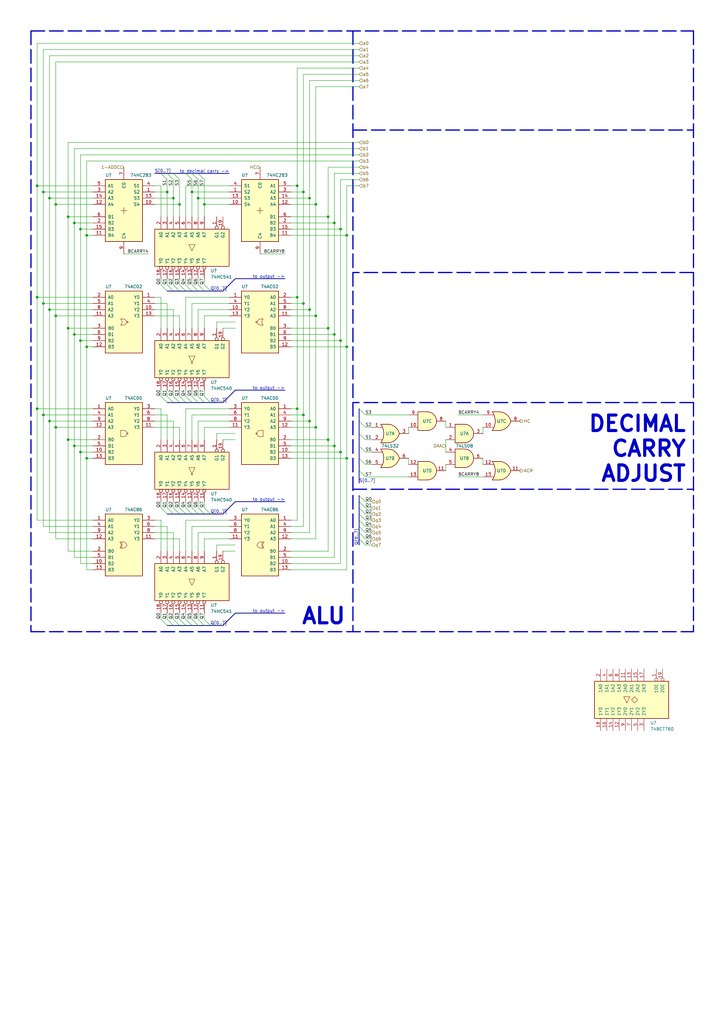
<source format=kicad_sch>
(kicad_sch (version 20211123) (generator eeschema)
  (paper "A3" portrait)
  (lib_symbols
    (symbol "6502:74AC00" (pin_names (offset 1.016))
      (property "Reference" "U" (at -7.62 15.24 0))
      (property "Value" "74AC00" (at 7.62 15.24 0))
      (symbol "74AC00_1_1"
        (pin input line (at -12.7 10.16 0) (length 5.08) (name "A0") (number "1"))
        (pin input line (at -12.7 -7.62 0) (length 5.08) (name "B2") (number "10"))
        (pin output line (at 12.7 2.54 180) (length 5.08) (name "Y3") (number "11"))
        (pin input line (at -12.7 2.54 0) (length 5.08) (name "A3") (number "12"))
        (pin input line (at -12.7 -10.16 0) (length 5.08) (name "B3") (number "13"))
        (pin power_in line (at 0 12.7 270) (length 5.08) hide (name "VCC") (number "14"))
        (pin input line (at -12.7 -2.54 0) (length 5.08) (name "B0") (number "2"))
        (pin output line (at 12.7 10.16 180) (length 5.08) (name "Y0") (number "3"))
        (pin input line (at -12.7 7.62 0) (length 5.08) (name "A1") (number "4"))
        (pin input line (at -12.7 -5.08 0) (length 5.08) (name "B1") (number "5"))
        (pin output line (at 12.7 7.62 180) (length 5.08) (name "Y1") (number "6"))
        (pin power_in line (at 0 -12.7 90) (length 5.08) hide (name "GND") (number "7"))
        (pin output line (at 12.7 5.08 180) (length 5.08) (name "Y2") (number "8"))
        (pin input line (at -12.7 5.08 0) (length 5.08) (name "A2") (number "9"))
      )
    )
    (symbol "6502:74AC02" (pin_names (offset 1.016))
      (property "Reference" "U" (at -7.62 15.24 0))
      (property "Value" "74AC02" (at 7.62 15.24 0))
      (symbol "74AC02_1_1"
        (pin output line (at 12.7 10.16 180) (length 5.08) (name "Y0") (number "1"))
        (pin output line (at 12.7 5.08 180) (length 5.08) (name "Y2") (number "10"))
        (pin input line (at -12.7 2.54 0) (length 5.08) (name "A3") (number "11"))
        (pin input line (at -12.7 -10.16 0) (length 5.08) (name "B3") (number "12"))
        (pin output line (at 12.7 2.54 180) (length 5.08) (name "Y3") (number "13"))
        (pin power_in line (at 0 12.7 270) (length 5.08) hide (name "VCC") (number "14"))
        (pin input line (at -12.7 10.16 0) (length 5.08) (name "A0") (number "2"))
        (pin input line (at -12.7 -2.54 0) (length 5.08) (name "B0") (number "3"))
        (pin output line (at 12.7 7.62 180) (length 5.08) (name "Y1") (number "4"))
        (pin input line (at -12.7 7.62 0) (length 5.08) (name "A1") (number "5"))
        (pin input line (at -12.7 -5.08 0) (length 5.08) (name "B1") (number "6"))
        (pin power_in line (at 0 -12.7 90) (length 5.08) hide (name "GND") (number "7"))
        (pin input line (at -12.7 5.08 0) (length 5.08) (name "A2") (number "8"))
        (pin input line (at -12.7 -7.62 0) (length 5.08) (name "B2") (number "9"))
      )
    )
    (symbol "6502:74AC86" (pin_names (offset 1.016))
      (property "Reference" "U" (at -7.62 15.24 0))
      (property "Value" "74AC86" (at 7.62 15.24 0))
      (symbol "74AC86_1_1"
        (pin input line (at -12.7 10.16 0) (length 5.08) (name "A0") (number "1"))
        (pin input line (at -12.7 -7.62 0) (length 5.08) (name "B2") (number "10"))
        (pin output line (at 12.7 2.54 180) (length 5.08) (name "Y3") (number "11"))
        (pin input line (at -12.7 2.54 0) (length 5.08) (name "A3") (number "12"))
        (pin input line (at -12.7 -10.16 0) (length 5.08) (name "B3") (number "13"))
        (pin power_in line (at 0 12.7 270) (length 5.08) hide (name "VCC") (number "14"))
        (pin input line (at -12.7 -2.54 0) (length 5.08) (name "B0") (number "2"))
        (pin output line (at 12.7 10.16 180) (length 5.08) (name "Y0") (number "3"))
        (pin input line (at -12.7 7.62 0) (length 5.08) (name "A1") (number "4"))
        (pin input line (at -12.7 -5.08 0) (length 5.08) (name "B1") (number "5"))
        (pin output line (at 12.7 7.62 180) (length 5.08) (name "Y1") (number "6"))
        (pin power_in line (at 0 -12.7 90) (length 5.08) hide (name "GND") (number "7"))
        (pin output line (at 12.7 5.08 180) (length 5.08) (name "Y2") (number "8"))
        (pin input line (at -12.7 5.08 0) (length 5.08) (name "A2") (number "9"))
      )
    )
    (symbol "6502:74BCT760" (pin_names (offset 1.016))
      (property "Reference" "U" (at -7.62 17.78 0))
      (property "Value" "74BCT760" (at 7.62 17.78 0))
      (symbol "74BCT760_1_0"
        (pin input inverted (at -12.7 -10.16 0) (length 5.08) (name "1OE") (number "1"))
        (pin power_in line (at 0 -15.24 90) (length 5.08) hide (name "GND") (number "10"))
        (pin input line (at -12.7 2.54 0) (length 5.08) (name "2A0") (number "11"))
        (pin open_collector line (at 12.7 5.08 180) (length 5.08) (name "1Y3") (number "12"))
        (pin input line (at -12.7 0 0) (length 5.08) (name "2A1") (number "13"))
        (pin open_collector line (at 12.7 7.62 180) (length 5.08) (name "1Y2") (number "14"))
        (pin input line (at -12.7 -2.54 0) (length 5.08) (name "2A2") (number "15"))
        (pin open_collector line (at 12.7 10.16 180) (length 5.08) (name "1Y1") (number "16"))
        (pin input line (at -12.7 -5.08 0) (length 5.08) (name "2A3") (number "17"))
        (pin open_collector line (at 12.7 12.7 180) (length 5.08) (name "1Y0") (number "18"))
        (pin input inverted (at -12.7 -12.7 0) (length 5.08) (name "2OE") (number "19"))
        (pin input line (at -12.7 12.7 0) (length 5.08) (name "1A0") (number "2"))
        (pin power_in line (at 0 15.24 270) (length 5.08) hide (name "VCC") (number "20"))
        (pin open_collector line (at 12.7 -5.08 180) (length 5.08) (name "2Y3") (number "3"))
        (pin input line (at -12.7 10.16 0) (length 5.08) (name "1A1") (number "4"))
        (pin open_collector line (at 12.7 -2.54 180) (length 5.08) (name "2Y2") (number "5"))
        (pin input line (at -12.7 7.62 0) (length 5.08) (name "1A2") (number "6"))
        (pin open_collector line (at 12.7 0 180) (length 5.08) (name "2Y1") (number "7"))
        (pin input line (at -12.7 5.08 0) (length 5.08) (name "1A3") (number "8"))
        (pin open_collector line (at 12.7 2.54 180) (length 5.08) (name "2Y0") (number "9"))
      )
    )
    (symbol "6502:74HC283" (pin_names (offset 1.016))
      (property "Reference" "U" (at -7.62 15.24 0))
      (property "Value" "74HC283" (at 10.16 -12.7 90))
      (symbol "74HC283_1_0"
        (pin output line (at 12.7 7.62 180) (length 5.08) (name "S2") (number "1"))
        (pin output line (at 12.7 2.54 180) (length 5.08) (name "S4") (number "10"))
        (pin input line (at -12.7 -10.16 0) (length 5.08) (name "B4") (number "11"))
        (pin input line (at -12.7 2.54 0) (length 5.08) (name "A4") (number "12"))
        (pin output line (at 12.7 5.08 180) (length 5.08) (name "S3") (number "13"))
        (pin input line (at -12.7 5.08 0) (length 5.08) (name "A3") (number "14"))
        (pin input line (at -12.7 -7.62 0) (length 5.08) (name "B3") (number "15"))
        (pin power_in line (at 2.54 12.7 270) (length 5.08) hide (name "VCC") (number "16"))
        (pin input line (at -12.7 -5.08 0) (length 5.08) (name "B2") (number "2"))
        (pin input line (at -12.7 7.62 0) (length 5.08) (name "A2") (number "3"))
        (pin output line (at 12.7 10.16 180) (length 5.08) (name "S1") (number "4"))
        (pin input line (at -12.7 10.16 0) (length 5.08) (name "A1") (number "5"))
        (pin input line (at -12.7 -2.54 0) (length 5.08) (name "B1") (number "6"))
        (pin input line (at 0 17.78 270) (length 5.08) (name "C0") (number "7"))
        (pin power_in line (at -2.54 -12.7 90) (length 5.08) hide (name "GND") (number "8"))
        (pin output line (at 0 -17.78 90) (length 5.08) (name "C4") (number "9"))
      )
    )
    (symbol "6502:74HC540" (pin_names (offset 1.016))
      (property "Reference" "U" (at -7.62 17.78 0))
      (property "Value" "74HC540" (at 7.62 17.78 0))
      (symbol "74HC540_1_0"
        (pin input inverted (at -12.7 -10.16 0) (length 5.08) (name "G1") (number "1"))
        (pin power_in line (at 0 -15.24 90) (length 5.08) hide (name "GND") (number "10"))
        (pin tri_state inverted (at 12.7 -5.08 180) (length 5.08) (name "Y7") (number "11"))
        (pin tri_state inverted (at 12.7 -2.54 180) (length 5.08) (name "Y6") (number "12"))
        (pin tri_state inverted (at 12.7 0 180) (length 5.08) (name "Y5") (number "13"))
        (pin tri_state inverted (at 12.7 2.54 180) (length 5.08) (name "Y4") (number "14"))
        (pin tri_state inverted (at 12.7 5.08 180) (length 5.08) (name "Y3") (number "15"))
        (pin tri_state inverted (at 12.7 7.62 180) (length 5.08) (name "Y2") (number "16"))
        (pin tri_state inverted (at 12.7 10.16 180) (length 5.08) (name "Y1") (number "17"))
        (pin tri_state inverted (at 12.7 12.7 180) (length 5.08) (name "Y0") (number "18"))
        (pin input inverted (at -12.7 -12.7 0) (length 5.08) (name "G2") (number "19"))
        (pin input line (at -12.7 12.7 0) (length 5.08) (name "A0") (number "2"))
        (pin power_in line (at 0 15.24 270) (length 5.08) hide (name "VCC") (number "20"))
        (pin input line (at -12.7 10.16 0) (length 5.08) (name "A1") (number "3"))
        (pin input line (at -12.7 7.62 0) (length 5.08) (name "A2") (number "4"))
        (pin input line (at -12.7 5.08 0) (length 5.08) (name "A3") (number "5"))
        (pin input line (at -12.7 2.54 0) (length 5.08) (name "A4") (number "6"))
        (pin input line (at -12.7 0 0) (length 5.08) (name "A5") (number "7"))
        (pin input line (at -12.7 -2.54 0) (length 5.08) (name "A6") (number "8"))
        (pin input line (at -12.7 -5.08 0) (length 5.08) (name "A7") (number "9"))
      )
    )
    (symbol "6502:74HC541" (pin_names (offset 1.016))
      (property "Reference" "U" (at -7.62 17.78 0))
      (property "Value" "74HC541" (at 7.62 17.78 0))
      (symbol "74HC541_1_0"
        (pin input inverted (at -12.7 -10.16 0) (length 5.08) (name "G1") (number "1"))
        (pin power_in line (at 0 -15.24 90) (length 5.08) hide (name "GND") (number "10"))
        (pin tri_state inverted (at 12.7 -5.08 180) (length 5.08) (name "Y7") (number "11"))
        (pin tri_state inverted (at 12.7 -2.54 180) (length 5.08) (name "Y6") (number "12"))
        (pin tri_state inverted (at 12.7 0 180) (length 5.08) (name "Y5") (number "13"))
        (pin tri_state inverted (at 12.7 2.54 180) (length 5.08) (name "Y4") (number "14"))
        (pin tri_state inverted (at 12.7 5.08 180) (length 5.08) (name "Y3") (number "15"))
        (pin tri_state inverted (at 12.7 7.62 180) (length 5.08) (name "Y2") (number "16"))
        (pin tri_state inverted (at 12.7 10.16 180) (length 5.08) (name "Y1") (number "17"))
        (pin tri_state inverted (at 12.7 12.7 180) (length 5.08) (name "Y0") (number "18"))
        (pin input inverted (at -12.7 -12.7 0) (length 5.08) (name "G2") (number "19"))
        (pin input line (at -12.7 12.7 0) (length 5.08) (name "A0") (number "2"))
        (pin power_in line (at 0 15.24 270) (length 5.08) hide (name "VCC") (number "20"))
        (pin input line (at -12.7 10.16 0) (length 5.08) (name "A1") (number "3"))
        (pin input line (at -12.7 7.62 0) (length 5.08) (name "A2") (number "4"))
        (pin input line (at -12.7 5.08 0) (length 5.08) (name "A3") (number "5"))
        (pin input line (at -12.7 2.54 0) (length 5.08) (name "A4") (number "6"))
        (pin input line (at -12.7 0 0) (length 5.08) (name "A5") (number "7"))
        (pin input line (at -12.7 -2.54 0) (length 5.08) (name "A6") (number "8"))
        (pin input line (at -12.7 -5.08 0) (length 5.08) (name "A7") (number "9"))
      )
    )
    (symbol "74xx:74LS08" (pin_names (offset 1.016))
      (property "Reference" "U" (at 0 1.27 0))
      (property "Value" "74LS08" (at 0 -1.27 0))
      (symbol "74LS08_1_1"
        (pin input line (at -7.62 2.54 0) (length 3.81) (name "~") (number "1"))
        (pin input line (at -7.62 -2.54 0) (length 3.81) (name "~") (number "2"))
        (pin output line (at 7.62 0 180) (length 3.81) (name "~") (number "3"))
      )
      (symbol "74LS08_1_2"
        (pin input inverted (at -7.62 2.54 0) (length 4.318) (name "~") (number "1"))
        (pin input inverted (at -7.62 -2.54 0) (length 4.318) (name "~") (number "2"))
        (pin output inverted (at 7.62 0 180) (length 3.81) (name "~") (number "3"))
      )
      (symbol "74LS08_2_1"
        (pin input line (at -7.62 2.54 0) (length 3.81) (name "~") (number "4"))
        (pin input line (at -7.62 -2.54 0) (length 3.81) (name "~") (number "5"))
        (pin output line (at 7.62 0 180) (length 3.81) (name "~") (number "6"))
      )
      (symbol "74LS08_2_2"
        (pin input inverted (at -7.62 2.54 0) (length 4.318) (name "~") (number "4"))
        (pin input inverted (at -7.62 -2.54 0) (length 4.318) (name "~") (number "5"))
        (pin output inverted (at 7.62 0 180) (length 3.81) (name "~") (number "6"))
      )
      (symbol "74LS08_3_1"
        (pin input line (at -7.62 -2.54 0) (length 3.81) (name "~") (number "10"))
        (pin output line (at 7.62 0 180) (length 3.81) (name "~") (number "8"))
        (pin input line (at -7.62 2.54 0) (length 3.81) (name "~") (number "9"))
      )
      (symbol "74LS08_3_2"
        (pin input inverted (at -7.62 -2.54 0) (length 4.318) (name "~") (number "10"))
        (pin output inverted (at 7.62 0 180) (length 3.81) (name "~") (number "8"))
        (pin input inverted (at -7.62 2.54 0) (length 4.318) (name "~") (number "9"))
      )
      (symbol "74LS08_4_1"
        (pin output line (at 7.62 0 180) (length 3.81) (name "~") (number "11"))
        (pin input line (at -7.62 2.54 0) (length 3.81) (name "~") (number "12"))
        (pin input line (at -7.62 -2.54 0) (length 3.81) (name "~") (number "13"))
      )
      (symbol "74LS08_4_2"
        (pin output inverted (at 7.62 0 180) (length 3.81) (name "~") (number "11"))
        (pin input inverted (at -7.62 2.54 0) (length 4.318) (name "~") (number "12"))
        (pin input inverted (at -7.62 -2.54 0) (length 4.318) (name "~") (number "13"))
      )
      (symbol "74LS08_5_0"
        (pin power_in line (at 0 12.7 270) (length 5.08) (name "VCC") (number "14"))
        (pin power_in line (at 0 -12.7 90) (length 5.08) (name "GND") (number "7"))
      )
    )
    (symbol "74xx:74LS32" (pin_names (offset 1.016))
      (property "Reference" "U" (at 0 1.27 0))
      (property "Value" "74LS32" (at 0 -1.27 0))
      (symbol "74LS32_1_1"
        (pin input line (at -7.62 2.54 0) (length 4.318) (name "~") (number "1"))
        (pin input line (at -7.62 -2.54 0) (length 4.318) (name "~") (number "2"))
        (pin output line (at 7.62 0 180) (length 3.81) (name "~") (number "3"))
      )
      (symbol "74LS32_1_2"
        (pin input inverted (at -7.62 2.54 0) (length 3.81) (name "~") (number "1"))
        (pin input inverted (at -7.62 -2.54 0) (length 3.81) (name "~") (number "2"))
        (pin output inverted (at 7.62 0 180) (length 3.81) (name "~") (number "3"))
      )
      (symbol "74LS32_2_1"
        (pin input line (at -7.62 2.54 0) (length 4.318) (name "~") (number "4"))
        (pin input line (at -7.62 -2.54 0) (length 4.318) (name "~") (number "5"))
        (pin output line (at 7.62 0 180) (length 3.81) (name "~") (number "6"))
      )
      (symbol "74LS32_2_2"
        (pin input inverted (at -7.62 2.54 0) (length 3.81) (name "~") (number "4"))
        (pin input inverted (at -7.62 -2.54 0) (length 3.81) (name "~") (number "5"))
        (pin output inverted (at 7.62 0 180) (length 3.81) (name "~") (number "6"))
      )
      (symbol "74LS32_3_1"
        (pin input line (at -7.62 -2.54 0) (length 4.318) (name "~") (number "10"))
        (pin output line (at 7.62 0 180) (length 3.81) (name "~") (number "8"))
        (pin input line (at -7.62 2.54 0) (length 4.318) (name "~") (number "9"))
      )
      (symbol "74LS32_3_2"
        (pin input inverted (at -7.62 -2.54 0) (length 3.81) (name "~") (number "10"))
        (pin output inverted (at 7.62 0 180) (length 3.81) (name "~") (number "8"))
        (pin input inverted (at -7.62 2.54 0) (length 3.81) (name "~") (number "9"))
      )
      (symbol "74LS32_4_1"
        (pin output line (at 7.62 0 180) (length 3.81) (name "~") (number "11"))
        (pin input line (at -7.62 2.54 0) (length 4.318) (name "~") (number "12"))
        (pin input line (at -7.62 -2.54 0) (length 4.318) (name "~") (number "13"))
      )
      (symbol "74LS32_4_2"
        (pin output inverted (at 7.62 0 180) (length 3.81) (name "~") (number "11"))
        (pin input inverted (at -7.62 2.54 0) (length 3.81) (name "~") (number "12"))
        (pin input inverted (at -7.62 -2.54 0) (length 3.81) (name "~") (number "13"))
      )
      (symbol "74LS32_5_0"
        (pin power_in line (at 0 12.7 270) (length 5.08) (name "VCC") (number "14"))
        (pin power_in line (at 0 -12.7 90) (length 5.08) (name "GND") (number "7"))
      )
    )
  )
  (junction (at 35.56 96.52))
  (junction (at 142.24 187.96))
  (junction (at 15.24 167.64))
  (junction (at 17.78 170.18))
  (junction (at 27.94 180.34))
  (junction (at 137.16 182.88))
  (junction (at 15.24 121.92))
  (junction (at 15.24 76.2))
  (junction (at 139.7 93.98))
  (junction (at 134.62 134.62))
  (junction (at 27.94 88.9))
  (junction (at 30.48 182.88))
  (junction (at 134.62 180.34))
  (junction (at 129.54 129.54))
  (junction (at 121.92 167.64))
  (junction (at 129.54 83.82))
  (junction (at 124.46 170.18))
  (junction (at 30.48 91.44))
  (junction (at 139.7 139.7))
  (junction (at 20.32 127))
  (junction (at 134.62 88.9))
  (junction (at 78.74 78.74))
  (junction (at 17.78 78.74))
  (junction (at 33.02 139.7))
  (junction (at 81.28 81.28))
  (junction (at 33.02 93.98))
  (junction (at 33.02 185.42))
  (junction (at 137.16 137.16))
  (junction (at 139.7 185.42))
  (junction (at 142.24 142.24))
  (junction (at 27.94 134.62))
  (junction (at 35.56 142.24))
  (junction (at 22.86 175.26))
  (junction (at 20.32 81.28))
  (junction (at 17.78 124.46))
  (junction (at 121.92 121.92))
  (junction (at 35.56 187.96))
  (junction (at 142.24 96.52))
  (junction (at 127 172.72))
  (junction (at 127 127))
  (junction (at 22.86 129.54))
  (junction (at 124.46 124.46))
  (junction (at 124.46 78.74))
  (junction (at 20.32 172.72))
  (junction (at 129.54 175.26))
  (junction (at 71.12 81.28))
  (junction (at 68.58 78.74))
  (junction (at 127 81.28))
  (junction (at 73.66 83.82))
  (junction (at 83.82 83.82))
  (junction (at 137.16 91.44))
  (junction (at 30.48 137.16))
  (junction (at 22.86 83.82))
  (junction (at 121.92 76.2))
  (bus_entry (at 71.12 116.84) (size 2.54 2.54))
  (bus_entry (at 71.12 162.56) (size 2.54 2.54))
  (bus_entry (at 83.82 208.28) (size 2.54 2.54))
  (bus_entry (at 147.32 172.72) (size 2.54 2.54))
  (bus_entry (at 147.32 177.8) (size 2.54 2.54))
  (bus_entry (at 81.28 254) (size 2.54 2.54))
  (bus_entry (at 71.12 254) (size 2.54 2.54))
  (bus_entry (at 149.86 208.28) (size -2.54 -2.54))
  (bus_entry (at 73.66 162.56) (size 2.54 2.54))
  (bus_entry (at 149.86 213.36) (size -2.54 -2.54))
  (bus_entry (at 76.2 116.84) (size 2.54 2.54))
  (bus_entry (at 66.04 116.84) (size 2.54 2.54))
  (bus_entry (at 149.86 205.74) (size -2.54 -2.54))
  (bus_entry (at 147.32 167.64) (size 2.54 2.54))
  (bus_entry (at 73.66 208.28) (size 2.54 2.54))
  (bus_entry (at 78.74 208.28) (size 2.54 2.54))
  (bus_entry (at 71.12 208.28) (size 2.54 2.54))
  (bus_entry (at 68.58 162.56) (size 2.54 2.54))
  (bus_entry (at 76.2 162.56) (size 2.54 2.54))
  (bus_entry (at 78.74 254) (size 2.54 2.54))
  (bus_entry (at 147.32 187.96) (size 2.54 2.54))
  (bus_entry (at 83.82 116.84) (size 2.54 2.54))
  (bus_entry (at 149.86 220.98) (size -2.54 -2.54))
  (bus_entry (at 66.04 162.56) (size 2.54 2.54))
  (bus_entry (at 73.66 116.84) (size 2.54 2.54))
  (bus_entry (at 149.86 218.44) (size -2.54 -2.54))
  (bus_entry (at 66.04 254) (size 2.54 2.54))
  (bus_entry (at 73.66 254) (size 2.54 2.54))
  (bus_entry (at 81.28 162.56) (size 2.54 2.54))
  (bus_entry (at 68.58 208.28) (size 2.54 2.54))
  (bus_entry (at 68.58 254) (size 2.54 2.54))
  (bus_entry (at 76.2 254) (size 2.54 2.54))
  (bus_entry (at 78.74 162.56) (size 2.54 2.54))
  (bus_entry (at 149.86 210.82) (size -2.54 -2.54))
  (bus_entry (at 71.12 71.12) (size 2.54 2.54))
  (bus_entry (at 66.04 208.28) (size 2.54 2.54))
  (bus_entry (at 68.58 71.12) (size 2.54 2.54))
  (bus_entry (at 76.2 208.28) (size 2.54 2.54))
  (bus_entry (at 81.28 71.12) (size 2.54 2.54))
  (bus_entry (at 83.82 162.56) (size 2.54 2.54))
  (bus_entry (at 149.86 223.52) (size -2.54 -2.54))
  (bus_entry (at 78.74 116.84) (size 2.54 2.54))
  (bus_entry (at 81.28 208.28) (size 2.54 2.54))
  (bus_entry (at 147.32 193.04) (size 2.54 2.54))
  (bus_entry (at 76.2 71.12) (size 2.54 2.54))
  (bus_entry (at 66.04 71.12) (size 2.54 2.54))
  (bus_entry (at 78.74 71.12) (size 2.54 2.54))
  (bus_entry (at 147.32 182.88) (size 2.54 2.54))
  (bus_entry (at 83.82 254) (size 2.54 2.54))
  (bus_entry (at 81.28 116.84) (size 2.54 2.54))
  (bus_entry (at 68.58 116.84) (size 2.54 2.54))
  (bus_entry (at 149.86 215.9) (size -2.54 -2.54))
  (wire (pts (xy 149.86 210.82) (xy 152.4 210.82)))
  (wire (pts (xy 71.12 208.28) (xy 71.12 205.74)))
  (wire (pts (xy 68.58 208.28) (xy 68.58 205.74)))
  (wire (pts (xy 119.38 170.18) (xy 124.46 170.18)))
  (wire (pts (xy 50.8 104.14) (xy 60.96 104.14)))
  (wire (pts (xy 142.24 76.2) (xy 147.32 76.2)))
  (wire (pts (xy 167.64 177.8) (xy 167.64 175.26)))
  (wire (pts (xy 83.82 83.82) (xy 83.82 73.66)))
  (wire (pts (xy 33.02 93.98) (xy 38.1 93.98)))
  (wire (pts (xy 17.78 215.9) (xy 17.78 170.18)))
  (wire (pts (xy 81.28 172.72) (xy 81.28 180.34)))
  (wire (pts (xy 27.94 88.9) (xy 38.1 88.9)))
  (wire (pts (xy 187.96 195.58) (xy 198.12 195.58)))
  (wire (pts (xy 71.12 254) (xy 71.12 251.46)))
  (wire (pts (xy 76.2 121.92) (xy 93.98 121.92)))
  (wire (pts (xy 119.38 142.24) (xy 142.24 142.24)))
  (wire (pts (xy 83.82 83.82) (xy 93.98 83.82)))
  (wire (pts (xy 38.1 124.46) (xy 17.78 124.46)))
  (wire (pts (xy 129.54 35.56) (xy 129.54 83.82)))
  (polyline (pts (xy 12.7 259.08) (xy 284.48 259.08)) (stroke (width 0.508)))
  (wire (pts (xy 182.88 180.34) (xy 182.88 185.42)))
  (wire (pts (xy 30.48 137.16) (xy 30.48 91.44)))
  (wire (pts (xy 119.38 76.2) (xy 121.92 76.2)))
  (bus (pts (xy 71.12 256.54) (xy 73.66 256.54)))
  (wire (pts (xy 149.86 220.98) (xy 152.4 220.98)))
  (wire (pts (xy 73.66 254) (xy 73.66 251.46)))
  (wire (pts (xy 17.78 124.46) (xy 17.78 78.74)))
  (wire (pts (xy 22.86 129.54) (xy 22.86 83.82)))
  (wire (pts (xy 22.86 25.4) (xy 147.32 25.4)))
  (wire (pts (xy 68.58 170.18) (xy 68.58 180.34)))
  (wire (pts (xy 83.82 116.84) (xy 83.82 114.3)))
  (wire (pts (xy 78.74 170.18) (xy 93.98 170.18)))
  (wire (pts (xy 17.78 78.74) (xy 38.1 78.74)))
  (wire (pts (xy 182.88 172.72) (xy 182.88 175.26)))
  (wire (pts (xy 119.38 228.6) (xy 137.16 228.6)))
  (wire (pts (xy 15.24 213.36) (xy 15.24 167.64)))
  (wire (pts (xy 38.1 233.68) (xy 35.56 233.68)))
  (wire (pts (xy 66.04 254) (xy 66.04 251.46)))
  (bus (pts (xy 81.28 256.54) (xy 83.82 256.54)))
  (wire (pts (xy 38.1 142.24) (xy 35.56 142.24)))
  (wire (pts (xy 167.64 195.58) (xy 149.86 195.58)))
  (wire (pts (xy 63.5 175.26) (xy 73.66 175.26)))
  (bus (pts (xy 73.66 256.54) (xy 76.2 256.54)))
  (wire (pts (xy 129.54 129.54) (xy 129.54 83.82)))
  (wire (pts (xy 81.28 116.84) (xy 81.28 114.3)))
  (wire (pts (xy 142.24 233.68) (xy 142.24 187.96)))
  (wire (pts (xy 66.04 162.56) (xy 66.04 160.02)))
  (wire (pts (xy 33.02 63.5) (xy 147.32 63.5)))
  (bus (pts (xy 91.44 256.54) (xy 96.52 251.46)))
  (wire (pts (xy 73.66 208.28) (xy 73.66 205.74)))
  (wire (pts (xy 81.28 88.9) (xy 81.28 81.28)))
  (wire (pts (xy 119.38 185.42) (xy 139.7 185.42)))
  (wire (pts (xy 73.66 129.54) (xy 73.66 134.62)))
  (wire (pts (xy 27.94 58.42) (xy 27.94 88.9)))
  (wire (pts (xy 78.74 215.9) (xy 78.74 226.06)))
  (bus (pts (xy 86.36 165.1) (xy 91.44 165.1)))
  (wire (pts (xy 73.66 83.82) (xy 73.66 73.66)))
  (wire (pts (xy 63.5 213.36) (xy 66.04 213.36)))
  (wire (pts (xy 38.1 137.16) (xy 30.48 137.16)))
  (wire (pts (xy 119.38 139.7) (xy 139.7 139.7)))
  (wire (pts (xy 149.86 180.34) (xy 152.4 180.34)))
  (wire (pts (xy 71.12 127) (xy 71.12 134.62)))
  (wire (pts (xy 119.38 182.88) (xy 137.16 182.88)))
  (wire (pts (xy 63.5 170.18) (xy 68.58 170.18)))
  (wire (pts (xy 15.24 76.2) (xy 38.1 76.2)))
  (wire (pts (xy 139.7 231.14) (xy 139.7 185.42)))
  (polyline (pts (xy 284.48 12.7) (xy 284.48 259.08)) (stroke (width 0.508)))
  (wire (pts (xy 119.38 96.52) (xy 142.24 96.52)))
  (wire (pts (xy 124.46 170.18) (xy 124.46 124.46)))
  (polyline (pts (xy 144.78 200.66) (xy 284.48 200.66)) (stroke (width 0.508)))
  (wire (pts (xy 81.28 218.44) (xy 93.98 218.44)))
  (wire (pts (xy 66.04 76.2) (xy 63.5 76.2)))
  (wire (pts (xy 38.1 127) (xy 20.32 127)))
  (wire (pts (xy 81.28 81.28) (xy 93.98 81.28)))
  (wire (pts (xy 30.48 60.96) (xy 30.48 91.44)))
  (wire (pts (xy 63.5 129.54) (xy 73.66 129.54)))
  (bus (pts (xy 78.74 210.82) (xy 81.28 210.82)))
  (wire (pts (xy 119.38 93.98) (xy 139.7 93.98)))
  (wire (pts (xy 119.38 180.34) (xy 134.62 180.34)))
  (wire (pts (xy 76.2 134.62) (xy 76.2 121.92)))
  (wire (pts (xy 78.74 170.18) (xy 78.74 180.34)))
  (wire (pts (xy 88.9 223.52) (xy 88.9 226.06)))
  (wire (pts (xy 129.54 175.26) (xy 129.54 129.54)))
  (wire (pts (xy 78.74 254) (xy 78.74 251.46)))
  (wire (pts (xy 35.56 66.04) (xy 147.32 66.04)))
  (wire (pts (xy 81.28 218.44) (xy 81.28 226.06)))
  (wire (pts (xy 20.32 81.28) (xy 38.1 81.28)))
  (bus (pts (xy 83.82 165.1) (xy 86.36 165.1)))
  (bus (pts (xy 147.32 167.64) (xy 147.32 172.72)))
  (wire (pts (xy 149.86 205.74) (xy 152.4 205.74)))
  (wire (pts (xy 78.74 208.28) (xy 78.74 205.74)))
  (wire (pts (xy 119.38 137.16) (xy 137.16 137.16)))
  (bus (pts (xy 68.58 71.12) (xy 71.12 71.12)))
  (wire (pts (xy 63.5 121.92) (xy 66.04 121.92)))
  (wire (pts (xy 83.82 220.98) (xy 93.98 220.98)))
  (wire (pts (xy 134.62 226.06) (xy 134.62 180.34)))
  (wire (pts (xy 78.74 215.9) (xy 93.98 215.9)))
  (wire (pts (xy 78.74 116.84) (xy 78.74 114.3)))
  (wire (pts (xy 81.28 81.28) (xy 81.28 73.66)))
  (wire (pts (xy 38.1 220.98) (xy 22.86 220.98)))
  (bus (pts (xy 147.32 172.72) (xy 147.32 177.8)))
  (wire (pts (xy 78.74 124.46) (xy 78.74 134.62)))
  (wire (pts (xy 20.32 218.44) (xy 20.32 172.72)))
  (wire (pts (xy 22.86 25.4) (xy 22.86 83.82)))
  (wire (pts (xy 38.1 170.18) (xy 17.78 170.18)))
  (wire (pts (xy 68.58 162.56) (xy 68.58 160.02)))
  (bus (pts (xy 147.32 177.8) (xy 147.32 182.88)))
  (wire (pts (xy 119.38 124.46) (xy 124.46 124.46)))
  (bus (pts (xy 83.82 119.38) (xy 86.36 119.38)))
  (wire (pts (xy 63.5 167.64) (xy 66.04 167.64)))
  (wire (pts (xy 63.5 127) (xy 71.12 127)))
  (bus (pts (xy 68.58 256.54) (xy 71.12 256.54)))
  (wire (pts (xy 81.28 127) (xy 81.28 134.62)))
  (wire (pts (xy 127 218.44) (xy 119.38 218.44)))
  (wire (pts (xy 76.2 162.56) (xy 76.2 160.02)))
  (wire (pts (xy 81.28 162.56) (xy 81.28 160.02)))
  (wire (pts (xy 22.86 175.26) (xy 22.86 129.54)))
  (bus (pts (xy 71.12 119.38) (xy 73.66 119.38)))
  (wire (pts (xy 119.38 121.92) (xy 121.92 121.92)))
  (wire (pts (xy 38.1 139.7) (xy 33.02 139.7)))
  (wire (pts (xy 134.62 68.58) (xy 134.62 88.9)))
  (wire (pts (xy 68.58 88.9) (xy 68.58 78.74)))
  (wire (pts (xy 119.38 220.98) (xy 129.54 220.98)))
  (wire (pts (xy 81.28 208.28) (xy 81.28 205.74)))
  (bus (pts (xy 147.32 213.36) (xy 147.32 215.9)))
  (wire (pts (xy 38.1 121.92) (xy 15.24 121.92)))
  (wire (pts (xy 38.1 182.88) (xy 30.48 182.88)))
  (wire (pts (xy 15.24 167.64) (xy 15.24 121.92)))
  (wire (pts (xy 127 33.02) (xy 127 81.28)))
  (bus (pts (xy 66.04 71.12) (xy 68.58 71.12)))
  (wire (pts (xy 38.1 129.54) (xy 22.86 129.54)))
  (wire (pts (xy 66.04 121.92) (xy 66.04 134.62)))
  (wire (pts (xy 27.94 180.34) (xy 27.94 134.62)))
  (bus (pts (xy 147.32 203.2) (xy 147.32 205.74)))
  (wire (pts (xy 33.02 231.14) (xy 33.02 185.42)))
  (wire (pts (xy 83.82 175.26) (xy 93.98 175.26)))
  (wire (pts (xy 63.5 78.74) (xy 68.58 78.74)))
  (wire (pts (xy 127 127) (xy 127 172.72)))
  (wire (pts (xy 66.04 116.84) (xy 66.04 114.3)))
  (wire (pts (xy 83.82 88.9) (xy 83.82 83.82)))
  (wire (pts (xy 68.58 116.84) (xy 68.58 114.3)))
  (bus (pts (xy 147.32 210.82) (xy 147.32 213.36)))
  (wire (pts (xy 78.74 124.46) (xy 93.98 124.46)))
  (wire (pts (xy 88.9 177.8) (xy 88.9 180.34)))
  (wire (pts (xy 76.2 180.34) (xy 76.2 167.64)))
  (wire (pts (xy 71.12 81.28) (xy 71.12 88.9)))
  (wire (pts (xy 142.24 187.96) (xy 142.24 142.24)))
  (bus (pts (xy 78.74 71.12) (xy 81.28 71.12)))
  (wire (pts (xy 137.16 137.16) (xy 137.16 91.44)))
  (bus (pts (xy 83.82 210.82) (xy 86.36 210.82)))
  (wire (pts (xy 198.12 187.96) (xy 198.12 190.5)))
  (wire (pts (xy 15.24 17.78) (xy 147.32 17.78)))
  (bus (pts (xy 78.74 256.54) (xy 81.28 256.54)))
  (wire (pts (xy 33.02 139.7) (xy 33.02 93.98)))
  (wire (pts (xy 71.12 172.72) (xy 71.12 180.34)))
  (wire (pts (xy 78.74 73.66) (xy 78.74 78.74)))
  (wire (pts (xy 119.38 215.9) (xy 124.46 215.9)))
  (wire (pts (xy 124.46 215.9) (xy 124.46 170.18)))
  (wire (pts (xy 38.1 218.44) (xy 20.32 218.44)))
  (wire (pts (xy 35.56 96.52) (xy 38.1 96.52)))
  (wire (pts (xy 139.7 73.66) (xy 147.32 73.66)))
  (polyline (pts (xy 12.7 12.7) (xy 12.7 259.08)) (stroke (width 0.508)))
  (wire (pts (xy 119.38 129.54) (xy 129.54 129.54)))
  (wire (pts (xy 63.5 83.82) (xy 73.66 83.82)))
  (wire (pts (xy 38.1 175.26) (xy 22.86 175.26)))
  (wire (pts (xy 121.92 167.64) (xy 121.92 121.92)))
  (wire (pts (xy 15.24 17.78) (xy 15.24 76.2)))
  (wire (pts (xy 119.38 231.14) (xy 139.7 231.14)))
  (bus (pts (xy 147.32 220.98) (xy 147.32 223.52)))
  (wire (pts (xy 142.24 76.2) (xy 142.24 96.52)))
  (wire (pts (xy 139.7 185.42) (xy 139.7 139.7)))
  (wire (pts (xy 76.2 88.9) (xy 76.2 76.2)))
  (bus (pts (xy 71.12 71.12) (xy 76.2 71.12)))
  (bus (pts (xy 76.2 71.12) (xy 78.74 71.12)))
  (bus (pts (xy 73.66 119.38) (xy 76.2 119.38)))
  (wire (pts (xy 96.52 134.62) (xy 91.44 134.62)))
  (bus (pts (xy 71.12 210.82) (xy 73.66 210.82)))
  (wire (pts (xy 38.1 231.14) (xy 33.02 231.14)))
  (wire (pts (xy 127 33.02) (xy 147.32 33.02)))
  (bus (pts (xy 81.28 119.38) (xy 83.82 119.38)))
  (wire (pts (xy 182.88 193.04) (xy 182.88 190.5)))
  (wire (pts (xy 35.56 66.04) (xy 35.56 96.52)))
  (bus (pts (xy 63.5 71.12) (xy 66.04 71.12)))
  (wire (pts (xy 38.1 172.72) (xy 20.32 172.72)))
  (wire (pts (xy 127 127) (xy 119.38 127)))
  (wire (pts (xy 76.2 76.2) (xy 93.98 76.2)))
  (bus (pts (xy 76.2 165.1) (xy 78.74 165.1)))
  (bus (pts (xy 76.2 119.38) (xy 78.74 119.38)))
  (wire (pts (xy 33.02 63.5) (xy 33.02 93.98)))
  (wire (pts (xy 119.38 226.06) (xy 134.62 226.06)))
  (wire (pts (xy 20.32 172.72) (xy 20.32 127)))
  (wire (pts (xy 96.52 132.08) (xy 88.9 132.08)))
  (bus (pts (xy 76.2 256.54) (xy 78.74 256.54)))
  (bus (pts (xy 68.58 165.1) (xy 71.12 165.1)))
  (wire (pts (xy 17.78 20.32) (xy 17.78 78.74)))
  (wire (pts (xy 149.86 185.42) (xy 152.4 185.42)))
  (wire (pts (xy 76.2 116.84) (xy 76.2 114.3)))
  (wire (pts (xy 73.66 175.26) (xy 73.66 180.34)))
  (bus (pts (xy 147.32 218.44) (xy 147.32 220.98)))
  (wire (pts (xy 73.66 116.84) (xy 73.66 114.3)))
  (wire (pts (xy 27.94 226.06) (xy 27.94 180.34)))
  (wire (pts (xy 76.2 213.36) (xy 93.98 213.36)))
  (wire (pts (xy 78.74 162.56) (xy 78.74 160.02)))
  (bus (pts (xy 96.52 114.3) (xy 116.84 114.3)))
  (bus (pts (xy 68.58 119.38) (xy 71.12 119.38)))
  (wire (pts (xy 88.9 132.08) (xy 88.9 134.62)))
  (wire (pts (xy 30.48 91.44) (xy 38.1 91.44)))
  (wire (pts (xy 17.78 170.18) (xy 17.78 124.46)))
  (wire (pts (xy 119.38 213.36) (xy 121.92 213.36)))
  (wire (pts (xy 106.68 104.14) (xy 116.84 104.14)))
  (wire (pts (xy 134.62 180.34) (xy 134.62 134.62)))
  (wire (pts (xy 78.74 78.74) (xy 93.98 78.74)))
  (wire (pts (xy 66.04 213.36) (xy 66.04 226.06)))
  (wire (pts (xy 198.12 175.26) (xy 198.12 177.8)))
  (wire (pts (xy 71.12 73.66) (xy 71.12 81.28)))
  (wire (pts (xy 81.28 127) (xy 93.98 127)))
  (wire (pts (xy 119.38 134.62) (xy 134.62 134.62)))
  (wire (pts (xy 129.54 35.56) (xy 147.32 35.56)))
  (wire (pts (xy 63.5 172.72) (xy 71.12 172.72)))
  (polyline (pts (xy 12.7 12.7) (xy 284.48 12.7)) (stroke (width 0.508)))
  (bus (pts (xy 91.44 119.38) (xy 96.52 114.3)))
  (bus (pts (xy 68.58 210.82) (xy 71.12 210.82)))
  (wire (pts (xy 38.1 167.64) (xy 15.24 167.64)))
  (wire (pts (xy 38.1 185.42) (xy 33.02 185.42)))
  (bus (pts (xy 147.32 193.04) (xy 147.32 198.12)))
  (bus (pts (xy 147.32 182.88) (xy 147.32 187.96)))
  (wire (pts (xy 71.12 162.56) (xy 71.12 160.02)))
  (bus (pts (xy 86.36 210.82) (xy 91.44 210.82)))
  (wire (pts (xy 78.74 88.9) (xy 78.74 78.74)))
  (wire (pts (xy 137.16 228.6) (xy 137.16 182.88)))
  (wire (pts (xy 96.52 226.06) (xy 91.44 226.06)))
  (wire (pts (xy 35.56 233.68) (xy 35.56 187.96)))
  (wire (pts (xy 121.92 213.36) (xy 121.92 167.64)))
  (wire (pts (xy 73.66 220.98) (xy 73.66 226.06)))
  (bus (pts (xy 78.74 119.38) (xy 81.28 119.38)))
  (wire (pts (xy 35.56 142.24) (xy 35.56 96.52)))
  (wire (pts (xy 139.7 73.66) (xy 139.7 93.98)))
  (wire (pts (xy 68.58 254) (xy 68.58 251.46)))
  (bus (pts (xy 81.28 210.82) (xy 83.82 210.82)))
  (wire (pts (xy 96.52 180.34) (xy 91.44 180.34)))
  (wire (pts (xy 76.2 208.28) (xy 76.2 205.74)))
  (bus (pts (xy 147.32 187.96) (xy 147.32 193.04)))
  (wire (pts (xy 38.1 180.34) (xy 27.94 180.34)))
  (wire (pts (xy 68.58 78.74) (xy 68.58 73.66)))
  (wire (pts (xy 30.48 182.88) (xy 30.48 137.16)))
  (bus (pts (xy 147.32 208.28) (xy 147.32 210.82)))
  (wire (pts (xy 20.32 127) (xy 20.32 81.28)))
  (wire (pts (xy 119.38 233.68) (xy 142.24 233.68)))
  (wire (pts (xy 66.04 208.28) (xy 66.04 205.74)))
  (bus (pts (xy 96.52 205.74) (xy 116.84 205.74)))
  (wire (pts (xy 129.54 220.98) (xy 129.54 175.26)))
  (wire (pts (xy 30.48 60.96) (xy 147.32 60.96)))
  (bus (pts (xy 81.28 165.1) (xy 83.82 165.1)))
  (wire (pts (xy 63.5 124.46) (xy 68.58 124.46)))
  (wire (pts (xy 187.96 170.18) (xy 198.12 170.18)))
  (bus (pts (xy 96.52 160.02) (xy 116.84 160.02)))
  (wire (pts (xy 119.38 78.74) (xy 124.46 78.74)))
  (wire (pts (xy 68.58 124.46) (xy 68.58 134.62)))
  (wire (pts (xy 149.86 213.36) (xy 152.4 213.36)))
  (wire (pts (xy 127 172.72) (xy 119.38 172.72)))
  (wire (pts (xy 71.12 218.44) (xy 71.12 226.06)))
  (wire (pts (xy 22.86 220.98) (xy 22.86 175.26)))
  (wire (pts (xy 134.62 134.62) (xy 134.62 88.9)))
  (wire (pts (xy 83.82 220.98) (xy 83.82 226.06)))
  (bus (pts (xy 73.66 210.82) (xy 76.2 210.82)))
  (wire (pts (xy 149.86 175.26) (xy 152.4 175.26)))
  (wire (pts (xy 149.86 223.52) (xy 152.4 223.52)))
  (wire (pts (xy 137.16 71.12) (xy 147.32 71.12)))
  (wire (pts (xy 15.24 121.92) (xy 15.24 76.2)))
  (wire (pts (xy 38.1 226.06) (xy 27.94 226.06)))
  (wire (pts (xy 137.16 71.12) (xy 137.16 91.44)))
  (wire (pts (xy 83.82 175.26) (xy 83.82 180.34)))
  (wire (pts (xy 142.24 142.24) (xy 142.24 96.52)))
  (wire (pts (xy 124.46 30.48) (xy 147.32 30.48)))
  (bus (pts (xy 83.82 256.54) (xy 86.36 256.54)))
  (wire (pts (xy 22.86 83.82) (xy 38.1 83.82)))
  (wire (pts (xy 139.7 139.7) (xy 139.7 93.98)))
  (wire (pts (xy 83.82 129.54) (xy 83.82 134.62)))
  (wire (pts (xy 124.46 124.46) (xy 124.46 78.74)))
  (wire (pts (xy 96.52 223.52) (xy 88.9 223.52)))
  (wire (pts (xy 33.02 185.42) (xy 33.02 139.7)))
  (wire (pts (xy 121.92 27.94) (xy 121.92 76.2)))
  (wire (pts (xy 76.2 226.06) (xy 76.2 213.36)))
  (wire (pts (xy 149.86 218.44) (xy 152.4 218.44)))
  (wire (pts (xy 134.62 68.58) (xy 147.32 68.58)))
  (wire (pts (xy 27.94 134.62) (xy 27.94 88.9)))
  (wire (pts (xy 30.48 228.6) (xy 30.48 182.88)))
  (wire (pts (xy 81.28 172.72) (xy 93.98 172.72)))
  (polyline (pts (xy 284.48 111.76) (xy 144.78 111.76)) (stroke (width 0.508)))
  (wire (pts (xy 121.92 27.94) (xy 147.32 27.94)))
  (wire (pts (xy 83.82 162.56) (xy 83.82 160.02)))
  (wire (pts (xy 119.38 88.9) (xy 134.62 88.9)))
  (wire (pts (xy 63.5 220.98) (xy 73.66 220.98)))
  (wire (pts (xy 76.2 254) (xy 76.2 251.46)))
  (bus (pts (xy 81.28 71.12) (xy 93.98 71.12)))
  (wire (pts (xy 71.12 116.84) (xy 71.12 114.3)))
  (bus (pts (xy 147.32 205.74) (xy 147.32 208.28)))
  (polyline (pts (xy 144.78 12.7) (xy 144.78 259.08)) (stroke (width 0.508)))
  (wire (pts (xy 63.5 215.9) (xy 68.58 215.9)))
  (wire (pts (xy 35.56 187.96) (xy 35.56 142.24)))
  (wire (pts (xy 149.86 190.5) (xy 152.4 190.5)))
  (wire (pts (xy 27.94 58.42) (xy 147.32 58.42)))
  (wire (pts (xy 38.1 134.62) (xy 27.94 134.62)))
  (polyline (pts (xy 284.48 165.1) (xy 144.78 165.1)) (stroke (width 0.508)))
  (wire (pts (xy 167.64 170.18) (xy 149.86 170.18)))
  (wire (pts (xy 149.86 208.28) (xy 152.4 208.28)))
  (wire (pts (xy 66.04 88.9) (xy 66.04 76.2)))
  (wire (pts (xy 96.52 177.8) (xy 88.9 177.8)))
  (wire (pts (xy 81.28 254) (xy 81.28 251.46)))
  (wire (pts (xy 20.32 22.86) (xy 20.32 81.28)))
  (polyline (pts (xy 144.78 53.34) (xy 284.48 53.34)) (stroke (width 0.508)))
  (wire (pts (xy 73.66 162.56) (xy 73.66 160.02)))
  (wire (pts (xy 38.1 215.9) (xy 17.78 215.9)))
  (wire (pts (xy 83.82 254) (xy 83.82 251.46)))
  (wire (pts (xy 121.92 121.92) (xy 121.92 76.2)))
  (bus (pts (xy 91.44 165.1) (xy 96.52 160.02)))
  (wire (pts (xy 124.46 30.48) (xy 124.46 78.74)))
  (wire (pts (xy 83.82 208.28) (xy 83.82 205.74)))
  (wire (pts (xy 17.78 20.32) (xy 147.32 20.32)))
  (wire (pts (xy 76.2 167.64) (xy 93.98 167.64)))
  (wire (pts (xy 119.38 81.28) (xy 127 81.28)))
  (wire (pts (xy 119.38 91.44) (xy 137.16 91.44)))
  (wire (pts (xy 83.82 129.54) (xy 93.98 129.54)))
  (bus (pts (xy 91.44 210.82) (xy 96.52 205.74)))
  (wire (pts (xy 73.66 88.9) (xy 73.66 83.82)))
  (bus (pts (xy 86.36 256.54) (xy 91.44 256.54)))
  (wire (pts (xy 127 172.72) (xy 127 218.44)))
  (wire (pts (xy 119.38 187.96) (xy 142.24 187.96)))
  (wire (pts (xy 38.1 187.96) (xy 35.56 187.96)))
  (wire (pts (xy 119.38 167.64) (xy 121.92 167.64)))
  (bus (pts (xy 76.2 210.82) (xy 78.74 210.82)))
  (bus (pts (xy 147.32 215.9) (xy 147.32 218.44)))
  (wire (pts (xy 20.32 22.86) (xy 147.32 22.86)))
  (wire (pts (xy 167.64 187.96) (xy 167.64 190.5)))
  (wire (pts (xy 63.5 81.28) (xy 71.12 81.28)))
  (wire (pts (xy 119.38 175.26) (xy 129.54 175.26)))
  (wire (pts (xy 149.86 215.9) (xy 152.4 215.9)))
  (wire (pts (xy 119.38 83.82) (xy 129.54 83.82)))
  (bus (pts (xy 71.12 165.1) (xy 73.66 165.1)))
  (bus (pts (xy 73.66 165.1) (xy 76.2 165.1)))
  (wire (pts (xy 137.16 182.88) (xy 137.16 137.16)))
  (wire (pts (xy 63.5 218.44) (xy 71.12 218.44)))
  (wire (pts (xy 38.1 213.36) (xy 15.24 213.36)))
  (bus (pts (xy 86.36 119.38) (xy 91.44 119.38)))
  (bus (pts (xy 78.74 165.1) (xy 81.28 165.1)))
  (wire (pts (xy 127 81.28) (xy 127 127)))
  (wire (pts (xy 68.58 215.9) (xy 68.58 226.06)))
  (bus (pts (xy 96.52 251.46) (xy 116.84 251.46)))
  (wire (pts (xy 66.04 167.64) (xy 66.04 180.34)))
  (wire (pts (xy 38.1 228.6) (xy 30.48 228.6)))
  (text "to output ->" (at 116.84 160.02 180) (effects (font (size 1.27 1.27)) (justify right bottom)))
  (text "DECIMAL\nCARRY\nADJUST" (at 281.94 198.12 180) (effects (font (size 6.35 6.35) (thickness 1.27) bold) (justify right bottom)))
  (text "to output ->" (at 116.84 205.74 180) (effects (font (size 1.27 1.27)) (justify right bottom)))
  (text "to decimal carry ->" (at 93.98 71.12 180) (effects (font (size 1.27 1.27)) (justify right bottom)))
  (text "to output ->" (at 116.84 114.3 180) (effects (font (size 1.27 1.27)) (justify right bottom)))
  (text "ALU" (at 142.24 256.54 180) (effects (font (size 6.35 6.35) (thickness 1.27) bold) (justify right bottom)))
  (text "to output ->" (at 116.84 251.46 180) (effects (font (size 1.27 1.27)) (justify right bottom)))
  (label "Q6" (at 81.28 162.56 90))
  (label "Q1" (at 149.86 208.28 0))
  (label "S1" (at 149.86 180.34 0))
  (label "BCARRY8" (at 187.96 195.58 0))
  (label "Q[0..7]" (at 147.32 223.52 90))
  (label "S3" (at 149.86 170.18 0))
  (label "Q7" (at 83.82 116.84 90))
  (label "Q0" (at 66.04 254 90))
  (label "S2" (at 71.12 73.66 270))
  (label "Q4" (at 76.2 162.56 90))
  (label "S5" (at 78.74 73.66 270))
  (label "Q3" (at 73.66 254 90))
  (label "Q5" (at 78.74 208.28 90))
  (label "S3" (at 73.66 73.66 270))
  (label "BCARRY8" (at 116.84 104.14 180))
  (label "BCARRY4" (at 60.96 104.14 180))
  (label "Q6" (at 81.28 254 90))
  (label "Q1" (at 68.58 116.84 90))
  (label "BCARRY4" (at 187.96 170.18 0))
  (label "Q[0..7]" (at 86.36 256.54 0))
  (label "Q5" (at 149.86 218.44 0))
  (label "S[0..7]" (at 147.32 198.12 0))
  (label "Q[0..7]" (at 86.36 210.82 0))
  (label "S2" (at 149.86 175.26 0))
  (label "Q1" (at 68.58 254 90))
  (label "Q3" (at 73.66 162.56 90))
  (label "Q6" (at 81.28 208.28 90))
  (label "Q5" (at 78.74 162.56 90))
  (label "Q3" (at 149.86 213.36 0))
  (label "Q2" (at 71.12 254 90))
  (label "Q3" (at 73.66 208.28 90))
  (label "S[0..7]" (at 63.5 71.12 0))
  (label "Q0" (at 66.04 208.28 90))
  (label "Q6" (at 81.28 116.84 90))
  (label "Q4" (at 76.2 254 90))
  (label "Q4" (at 76.2 208.28 90))
  (label "Q0" (at 149.86 205.74 0))
  (label "Q[0..7]" (at 86.36 119.38 0))
  (label "Q4" (at 76.2 116.84 90))
  (label "Q1" (at 68.58 208.28 90))
  (label "Q4" (at 149.86 215.9 0))
  (label "Q3" (at 73.66 116.84 90))
  (label "S7" (at 83.82 73.66 270))
  (label "S6" (at 81.28 73.66 270))
  (label "Q1" (at 68.58 162.56 90))
  (label "Q2" (at 71.12 162.56 90))
  (label "Q7" (at 83.82 254 90))
  (label "Q2" (at 71.12 208.28 90))
  (label "S5" (at 149.86 185.42 0))
  (label "Q7" (at 83.82 162.56 90))
  (label "S1" (at 68.58 73.66 270))
  (label "Q2" (at 71.12 116.84 90))
  (label "Q5" (at 78.74 254 90))
  (label "Q2" (at 149.86 210.82 0))
  (label "Q6" (at 149.86 220.98 0))
  (label "Q0" (at 66.04 116.84 90))
  (label "Q5" (at 78.74 116.84 90))
  (label "S6" (at 149.86 190.5 0))
  (label "Q[0..7]" (at 86.36 165.1 0))
  (label "Q7" (at 83.82 208.28 90))
  (label "Q0" (at 66.04 162.56 90))
  (label "S7" (at 149.86 195.58 0))
  (label "Q7" (at 149.86 223.52 0))
  (hierarchical_label "a5" (shape input) (at 147.32 30.48 0))
  (hierarchical_label "a4" (shape input) (at 147.32 27.94 0))
  (hierarchical_label "q7" (shape input) (at 152.4 223.52 0))
  (hierarchical_label "HC" (shape input) (at 106.68 68.58 180))
  (hierarchical_label "q2" (shape input) (at 152.4 210.82 0))
  (hierarchical_label "ACR" (shape output) (at 213.36 193.04 0))
  (hierarchical_label "b4" (shape input) (at 147.32 68.58 0))
  (hierarchical_label "b1" (shape input) (at 147.32 60.96 0))
  (hierarchical_label "b0" (shape input) (at 147.32 58.42 0))
  (hierarchical_label "a3" (shape input) (at 147.32 25.4 0))
  (hierarchical_label "q3" (shape input) (at 152.4 213.36 0))
  (hierarchical_label "b7" (shape input) (at 147.32 76.2 0))
  (hierarchical_label "DAA" (shape input) (at 182.88 182.88 180))
  (hierarchical_label "b5" (shape input) (at 147.32 71.12 0))
  (hierarchical_label "q1" (shape input) (at 152.4 208.28 0))
  (hierarchical_label "q4" (shape input) (at 152.4 215.9 0))
  (hierarchical_label "a0" (shape input) (at 147.32 17.78 0))
  (hierarchical_label "q5" (shape input) (at 152.4 218.44 0))
  (hierarchical_label "a2" (shape input) (at 147.32 22.86 0))
  (hierarchical_label "b6" (shape input) (at 147.32 73.66 0))
  (hierarchical_label "b3" (shape input) (at 147.32 66.04 0))
  (hierarchical_label "a1" (shape input) (at 147.32 20.32 0))
  (hierarchical_label "a6" (shape input) (at 147.32 33.02 0))
  (hierarchical_label "HC" (shape output) (at 213.36 172.72 0))
  (hierarchical_label "q0" (shape input) (at 152.4 205.74 0))
  (hierarchical_label "b2" (shape input) (at 147.32 63.5 0))
  (hierarchical_label "1-ADDC" (shape input) (at 50.8 68.58 180))
  (hierarchical_label "a7" (shape input) (at 147.32 35.56 0))
  (hierarchical_label "q6" (shape input) (at 152.4 220.98 0))
  (symbol (lib_id "6502:74HC283") (at 106.68 86.36 0) (mirror y) (unit 1)
    (property "Reference" "U?" (at 99.06 71.12 0) (effects (justify right top)))
    (property "Value" "74HC283" (at 109.22 71.12 0) (effects (justify right top)))
    (property "Datasheet" "http://www.ti.com/lit/gpn/sn74LS283" (effects hide))
  )
  (symbol (lib_id "6502:74HC283") (at 50.8 86.36 0) (unit 1)
    (property "Reference" "U?" (at 43.18 71.12 0) (effects (justify left top)))
    (property "Value" "74HC283" (at 53.34 71.12 0) (effects (justify left top)))
    (property "Datasheet" "http://www.ti.com/lit/gpn/sn74LS283" (effects hide))
  )
  (symbol (lib_id "6502:74HC541") (at 78.74 101.6 90) (mirror x) (unit 1)
    (property "Reference" "U?" (at 86.36 111.76 90) (effects (justify right bottom)))
    (property "Value" "74HC541" (at 86.36 114.3 90) (effects (justify right bottom)))
    (property "Datasheet" "http://www.ti.com/lit/gpn/sn74LS540" (effects hide))
  )
  (symbol (lib_id "6502:74HC540") (at 78.74 147.32 90) (mirror x) (unit 1)
    (property "Reference" "U?" (at 86.36 157.48 90) (effects (justify right bottom)))
    (property "Value" "74HC540" (at 86.36 160.02 90) (effects (justify right bottom)))
    (property "Datasheet" "http://www.ti.com/lit/gpn/sn74LS540" (effects hide))
  )
  (symbol (lib_id "6502:74AC02") (at 50.8 132.08 0) (unit 1)
    (property "Reference" "U?" (at 43.18 116.84 0) (effects (justify left top)))
    (property "Value" "74AC02" (at 58.42 116.84 0) (effects (justify right top)))
    (property "Datasheet" "http://www.ti.com/lit/gpn/sn74ls02" (effects hide))
  )
  (symbol (lib_id "6502:74AC02") (at 106.68 132.08 0) (mirror y) (unit 1)
    (property "Reference" "U?" (at 99.06 116.84 0) (effects (justify right top)))
    (property "Value" "74AC02" (at 114.3 116.84 0) (effects (justify left top)))
    (property "Datasheet" "http://www.ti.com/lit/gpn/sn74ls02" (effects hide))
  )
  (symbol (lib_id "6502:74HC540") (at 78.74 193.04 90) (mirror x) (unit 1)
    (property "Reference" "U?" (at 86.36 203.2 90) (effects (justify right bottom)))
    (property "Value" "74HC540" (at 86.36 205.74 90) (effects (justify right bottom)))
    (property "Datasheet" "http://www.ti.com/lit/gpn/sn74LS540" (effects hide))
  )
  (symbol (lib_id "6502:74AC00") (at 50.8 177.8 0) (unit 1)
    (property "Reference" "U?" (at 43.18 162.56 0) (effects (justify left top)))
    (property "Value" "74AC00" (at 58.42 162.56 0) (effects (justify right top)))
    (property "Datasheet" "http://www.ti.com/lit/gpn/sn74ls00" (effects hide))
  )
  (symbol (lib_id "6502:74AC00") (at 106.68 177.8 0) (mirror y) (unit 1)
    (property "Reference" "U?" (at 99.06 162.56 0) (effects (justify right top)))
    (property "Value" "74AC00" (at 114.3 162.56 0) (effects (justify left top)))
    (property "Datasheet" "http://www.ti.com/lit/gpn/sn74ls00" (effects hide))
  )
  (symbol (lib_id "6502:74AC86") (at 50.8 223.52 0) (unit 1)
    (property "Reference" "U?" (at 43.18 208.28 0) (effects (justify left top)))
    (property "Value" "74AC86" (at 58.42 208.28 0) (effects (justify right top)))
    (property "Datasheet" "74xx/74ls86.pdf" (effects hide))
  )
  (symbol (lib_id "6502:74AC86") (at 106.68 223.52 0) (mirror y) (unit 1)
    (property "Reference" "U?" (at 99.06 208.28 0) (effects (justify right top)))
    (property "Value" "74AC86" (at 114.3 208.28 0) (effects (justify left top)))
    (property "Datasheet" "74xx/74ls86.pdf" (effects hide))
  )
  (symbol (lib_id "6502:74HC541") (at 78.74 238.76 90) (mirror x) (unit 1)
    (property "Reference" "U?" (at 86.36 248.92 90) (effects (justify right bottom)))
    (property "Value" "74HC541" (at 86.36 251.46 90) (effects (justify right bottom)))
    (property "Datasheet" "http://www.ti.com/lit/gpn/sn74LS540" (effects hide))
  )
  (symbol (lib_id "74xx:74LS32") (at 160.02 187.96 0) (unit 2)
    (property "Reference" "U?" (at 160.02 187.96 0))
    (property "Value" "74LS32" (effects hide))
    (property "Datasheet" "http://www.ti.com/lit/gpn/sn74LS32" (effects hide))
  )
  (symbol (lib_id "74xx:74LS32") (at 205.74 193.04 0) (unit 4)
    (property "Reference" "U?" (at 205.74 193.04 0))
    (property "Value" "74LS32" (effects hide))
    (property "Datasheet" "http://www.ti.com/lit/gpn/sn74LS32" (effects hide))
  )
  (symbol (lib_id "74xx:74LS32") (at 160.02 177.8 0) (unit 1)
    (property "Reference" "U?" (at 160.02 177.8 0))
    (property "Value" "74LS32" (at 160.02 182.88 0))
    (property "Datasheet" "http://www.ti.com/lit/gpn/sn74LS32" (effects hide))
  )
  (symbol (lib_id "74xx:74LS32") (at 205.74 172.72 0) (unit 3)
    (property "Reference" "U?" (at 205.74 172.72 0))
    (property "Value" "74LS32" (effects hide))
    (property "Datasheet" "http://www.ti.com/lit/gpn/sn74LS32" (effects hide))
  )
  (symbol (lib_id "74xx:74LS08") (at 175.26 193.04 0) (unit 4)
    (property "Reference" "U?" (at 175.26 193.04 0))
    (property "Value" "74LS08" (effects hide))
    (property "Datasheet" "http://www.ti.com/lit/gpn/sn74LS08" (effects hide))
  )
  (symbol (lib_id "74xx:74LS08") (at 190.5 187.96 0) (unit 2)
    (property "Reference" "U?" (at 190.5 187.96 0))
    (property "Value" "74LS08" (effects hide))
    (property "Datasheet" "http://www.ti.com/lit/gpn/sn74LS08" (effects hide))
  )
  (symbol (lib_id "74xx:74LS08") (at 175.26 172.72 0) (unit 3)
    (property "Reference" "U?" (at 175.26 172.72 0))
    (property "Value" "74LS08" (effects hide))
    (property "Datasheet" "http://www.ti.com/lit/gpn/sn74LS08" (effects hide))
  )
  (symbol (lib_id "74xx:74LS08") (at 190.5 177.8 0) (unit 1)
    (property "Reference" "U?" (at 190.5 177.8 0))
    (property "Value" "74LS08" (at 190.5 182.88 0))
    (property "Datasheet" "http://www.ti.com/lit/gpn/sn74LS08" (effects hide))
  )
  (symbol (lib_id "6502:74BCT760") (at 259.08 287.02 90) (mirror x) (unit 1)
    (property "Reference" "U?" (at 266.7 297.18 90) (effects (justify right bottom)))
    (property "Value" "74BCT760" (at 266.7 299.72 90) (effects (justify right bottom)))
    (property "Datasheet" "http://www.ti.com/lit/gpn/sn74LS541" (effects hide))
  )
)
</source>
